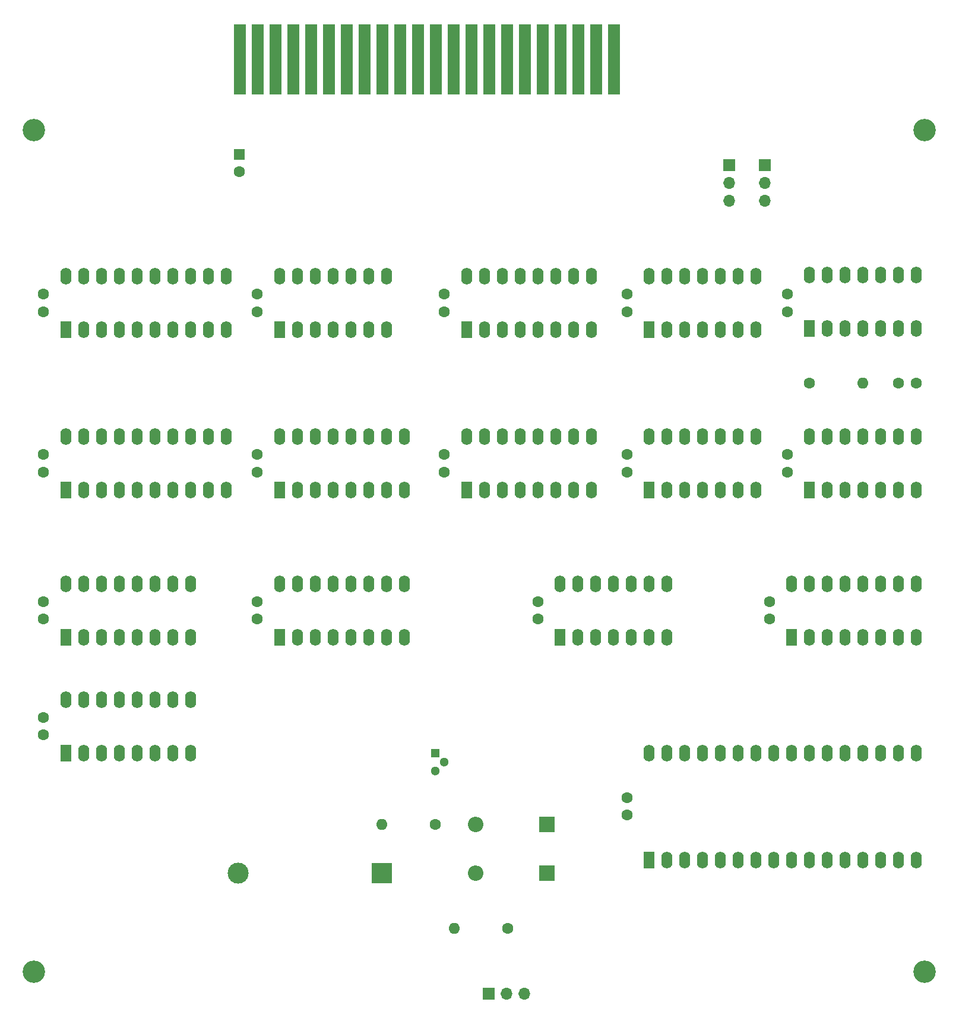
<source format=gts>
G04 #@! TF.GenerationSoftware,KiCad,Pcbnew,(5.1.9)-1*
G04 #@! TF.CreationDate,2026-02-08T23:14:46+09:00*
G04 #@! TF.ProjectId,X1_EMM,58315f45-4d4d-42e6-9b69-6361645f7063,rev?*
G04 #@! TF.SameCoordinates,PX1997c20PYbac5f70*
G04 #@! TF.FileFunction,Soldermask,Top*
G04 #@! TF.FilePolarity,Negative*
%FSLAX46Y46*%
G04 Gerber Fmt 4.6, Leading zero omitted, Abs format (unit mm)*
G04 Created by KiCad (PCBNEW (5.1.9)-1) date 2026-02-08 23:14:46*
%MOMM*%
%LPD*%
G01*
G04 APERTURE LIST*
%ADD10C,3.200000*%
%ADD11R,1.780000X10.000000*%
%ADD12R,1.600000X1.600000*%
%ADD13C,1.600000*%
%ADD14C,3.000000*%
%ADD15R,3.000000X3.000000*%
%ADD16R,2.200000X2.200000*%
%ADD17O,2.200000X2.200000*%
%ADD18O,1.600000X1.600000*%
%ADD19R,1.700000X1.700000*%
%ADD20O,1.700000X1.700000*%
%ADD21O,1.600000X2.400000*%
%ADD22R,1.600000X2.400000*%
%ADD23C,1.300000*%
%ADD24R,1.300000X1.300000*%
G04 APERTURE END LIST*
D10*
X5000000Y125000000D03*
X132000000Y125000000D03*
X132000000Y5000000D03*
X5000000Y5000000D03*
D11*
X34340000Y135116000D03*
X36880000Y135116000D03*
X39420000Y135116000D03*
X41960000Y135116000D03*
X44500000Y135116000D03*
X47040000Y135116000D03*
X49580000Y135116000D03*
X52120000Y135116000D03*
X54660000Y135116000D03*
X57200000Y135116000D03*
X59740000Y135116000D03*
X62280000Y135116000D03*
X64820000Y135116000D03*
X67360000Y135116000D03*
X69900000Y135116000D03*
X72440000Y135116000D03*
X74980000Y135116000D03*
X77520000Y135116000D03*
X80060000Y135116000D03*
X82600000Y135116000D03*
X85140000Y135116000D03*
X87680000Y135116000D03*
D12*
X34290000Y121539000D03*
D13*
X34290000Y119039000D03*
D14*
X34120000Y19050000D03*
D15*
X54610000Y19050000D03*
D13*
X6350000Y101600000D03*
X6350000Y99100000D03*
X128270000Y88900000D03*
X130770000Y88900000D03*
X36830000Y76240000D03*
X36830000Y78740000D03*
X6350000Y57785000D03*
X6350000Y55285000D03*
X63500000Y99100000D03*
X63500000Y101600000D03*
X63500000Y78740000D03*
X63500000Y76240000D03*
X36830000Y55285000D03*
X36830000Y57785000D03*
X6350000Y38775000D03*
X6350000Y41275000D03*
X109855000Y57785000D03*
X109855000Y55285000D03*
X89535000Y27345000D03*
X89535000Y29845000D03*
X6350000Y78740000D03*
X6350000Y76240000D03*
X89535000Y99100000D03*
X89535000Y101600000D03*
X112395000Y101600000D03*
X112395000Y99100000D03*
X112395000Y76240000D03*
X112395000Y78740000D03*
X36830000Y101600000D03*
X36830000Y99100000D03*
X76835000Y55285000D03*
X76835000Y57785000D03*
D16*
X78105000Y19050000D03*
D17*
X67945000Y19050000D03*
X67945000Y26035000D03*
D16*
X78105000Y26035000D03*
D13*
X115570000Y88900000D03*
D18*
X123190000Y88900000D03*
D19*
X104140000Y120015000D03*
D20*
X104140000Y117475000D03*
X104140000Y114935000D03*
X109220000Y114935000D03*
X109220000Y117475000D03*
D19*
X109220000Y120015000D03*
D21*
X92710000Y104140000D03*
X107950000Y96520000D03*
X95250000Y104140000D03*
X105410000Y96520000D03*
X97790000Y104140000D03*
X102870000Y96520000D03*
X100330000Y104140000D03*
X100330000Y96520000D03*
X102870000Y104140000D03*
X97790000Y96520000D03*
X105410000Y104140000D03*
X95250000Y96520000D03*
X107950000Y104140000D03*
D22*
X92710000Y96520000D03*
X115570000Y73660000D03*
D21*
X130810000Y81280000D03*
X118110000Y73660000D03*
X128270000Y81280000D03*
X120650000Y73660000D03*
X125730000Y81280000D03*
X123190000Y73660000D03*
X123190000Y81280000D03*
X125730000Y73660000D03*
X120650000Y81280000D03*
X128270000Y73660000D03*
X118110000Y81280000D03*
X130810000Y73660000D03*
X115570000Y81280000D03*
X9525000Y104140000D03*
X32385000Y96520000D03*
X12065000Y104140000D03*
X29845000Y96520000D03*
X14605000Y104140000D03*
X27305000Y96520000D03*
X17145000Y104140000D03*
X24765000Y96520000D03*
X19685000Y104140000D03*
X22225000Y96520000D03*
X22225000Y104140000D03*
X19685000Y96520000D03*
X24765000Y104140000D03*
X17145000Y96520000D03*
X27305000Y104140000D03*
X14605000Y96520000D03*
X29845000Y104140000D03*
X12065000Y96520000D03*
X32385000Y104140000D03*
D22*
X9525000Y96520000D03*
X92710000Y73660000D03*
D21*
X107950000Y81280000D03*
X95250000Y73660000D03*
X105410000Y81280000D03*
X97790000Y73660000D03*
X102870000Y81280000D03*
X100330000Y73660000D03*
X100330000Y81280000D03*
X102870000Y73660000D03*
X97790000Y81280000D03*
X105410000Y73660000D03*
X95250000Y81280000D03*
X107950000Y73660000D03*
X92710000Y81280000D03*
X40005000Y81280000D03*
X57785000Y73660000D03*
X42545000Y81280000D03*
X55245000Y73660000D03*
X45085000Y81280000D03*
X52705000Y73660000D03*
X47625000Y81280000D03*
X50165000Y73660000D03*
X50165000Y81280000D03*
X47625000Y73660000D03*
X52705000Y81280000D03*
X45085000Y73660000D03*
X55245000Y81280000D03*
X42545000Y73660000D03*
X57785000Y81280000D03*
D22*
X40005000Y73660000D03*
X9525000Y52705000D03*
D21*
X27305000Y60325000D03*
X12065000Y52705000D03*
X24765000Y60325000D03*
X14605000Y52705000D03*
X22225000Y60325000D03*
X17145000Y52705000D03*
X19685000Y60325000D03*
X19685000Y52705000D03*
X17145000Y60325000D03*
X22225000Y52705000D03*
X14605000Y60325000D03*
X24765000Y52705000D03*
X12065000Y60325000D03*
X27305000Y52705000D03*
X9525000Y60325000D03*
X66675000Y104140000D03*
X84455000Y96520000D03*
X69215000Y104140000D03*
X81915000Y96520000D03*
X71755000Y104140000D03*
X79375000Y96520000D03*
X74295000Y104140000D03*
X76835000Y96520000D03*
X76835000Y104140000D03*
X74295000Y96520000D03*
X79375000Y104140000D03*
X71755000Y96520000D03*
X81915000Y104140000D03*
X69215000Y96520000D03*
X84455000Y104140000D03*
D22*
X66675000Y96520000D03*
X66675000Y73660000D03*
D21*
X84455000Y81280000D03*
X69215000Y73660000D03*
X81915000Y81280000D03*
X71755000Y73660000D03*
X79375000Y81280000D03*
X74295000Y73660000D03*
X76835000Y81280000D03*
X76835000Y73660000D03*
X74295000Y81280000D03*
X79375000Y73660000D03*
X71755000Y81280000D03*
X81915000Y73660000D03*
X69215000Y81280000D03*
X84455000Y73660000D03*
X66675000Y81280000D03*
X40005000Y60325000D03*
X57785000Y52705000D03*
X42545000Y60325000D03*
X55245000Y52705000D03*
X45085000Y60325000D03*
X52705000Y52705000D03*
X47625000Y60325000D03*
X50165000Y52705000D03*
X50165000Y60325000D03*
X47625000Y52705000D03*
X52705000Y60325000D03*
X45085000Y52705000D03*
X55245000Y60325000D03*
X42545000Y52705000D03*
X57785000Y60325000D03*
D22*
X40005000Y52705000D03*
X113030000Y52705000D03*
D21*
X130810000Y60325000D03*
X115570000Y52705000D03*
X128270000Y60325000D03*
X118110000Y52705000D03*
X125730000Y60325000D03*
X120650000Y52705000D03*
X123190000Y60325000D03*
X123190000Y52705000D03*
X120650000Y60325000D03*
X125730000Y52705000D03*
X118110000Y60325000D03*
X128270000Y52705000D03*
X115570000Y60325000D03*
X130810000Y52705000D03*
X113030000Y60325000D03*
D22*
X9525000Y36195000D03*
D21*
X27305000Y43815000D03*
X12065000Y36195000D03*
X24765000Y43815000D03*
X14605000Y36195000D03*
X22225000Y43815000D03*
X17145000Y36195000D03*
X19685000Y43815000D03*
X19685000Y36195000D03*
X17145000Y43815000D03*
X22225000Y36195000D03*
X14605000Y43815000D03*
X24765000Y36195000D03*
X12065000Y43815000D03*
X27305000Y36195000D03*
X9525000Y43815000D03*
D22*
X92710000Y20955000D03*
D21*
X130810000Y36195000D03*
X95250000Y20955000D03*
X128270000Y36195000D03*
X97790000Y20955000D03*
X125730000Y36195000D03*
X100330000Y20955000D03*
X123190000Y36195000D03*
X102870000Y20955000D03*
X120650000Y36195000D03*
X105410000Y20955000D03*
X118110000Y36195000D03*
X107950000Y20955000D03*
X115570000Y36195000D03*
X110490000Y20955000D03*
X113030000Y36195000D03*
X113030000Y20955000D03*
X110490000Y36195000D03*
X115570000Y20955000D03*
X107950000Y36195000D03*
X118110000Y20955000D03*
X105410000Y36195000D03*
X120650000Y20955000D03*
X102870000Y36195000D03*
X123190000Y20955000D03*
X100330000Y36195000D03*
X125730000Y20955000D03*
X97790000Y36195000D03*
X128270000Y20955000D03*
X95250000Y36195000D03*
X130810000Y20955000D03*
X92710000Y36195000D03*
X80010000Y60325000D03*
X95250000Y52705000D03*
X82550000Y60325000D03*
X92710000Y52705000D03*
X85090000Y60325000D03*
X90170000Y52705000D03*
X87630000Y60325000D03*
X87630000Y52705000D03*
X90170000Y60325000D03*
X85090000Y52705000D03*
X92710000Y60325000D03*
X82550000Y52705000D03*
X95250000Y60325000D03*
D22*
X80010000Y52705000D03*
X9525000Y73660000D03*
D21*
X32385000Y81280000D03*
X12065000Y73660000D03*
X29845000Y81280000D03*
X14605000Y73660000D03*
X27305000Y81280000D03*
X17145000Y73660000D03*
X24765000Y81280000D03*
X19685000Y73660000D03*
X22225000Y81280000D03*
X22225000Y73660000D03*
X19685000Y81280000D03*
X24765000Y73660000D03*
X17145000Y81280000D03*
X27305000Y73660000D03*
X14605000Y81280000D03*
X29845000Y73660000D03*
X12065000Y81280000D03*
X32385000Y73660000D03*
X9525000Y81280000D03*
D13*
X89535000Y78740000D03*
X89535000Y76240000D03*
D22*
X115570000Y96725000D03*
D21*
X130810000Y104345000D03*
X118110000Y96725000D03*
X128270000Y104345000D03*
X120650000Y96725000D03*
X125730000Y104345000D03*
X123190000Y96725000D03*
X123190000Y104345000D03*
X125730000Y96725000D03*
X120650000Y104345000D03*
X128270000Y96725000D03*
X118110000Y104345000D03*
X130810000Y96725000D03*
X115570000Y104345000D03*
X40005000Y104140000D03*
X55245000Y96520000D03*
X42545000Y104140000D03*
X52705000Y96520000D03*
X45085000Y104140000D03*
X50165000Y96520000D03*
X47625000Y104140000D03*
X47625000Y96520000D03*
X50165000Y104140000D03*
X45085000Y96520000D03*
X52705000Y104140000D03*
X42545000Y96520000D03*
X55245000Y104140000D03*
D22*
X40005000Y96520000D03*
D19*
X69850000Y1905000D03*
D20*
X72390000Y1905000D03*
X74930000Y1905000D03*
D23*
X63500000Y34925000D03*
X62230000Y33655000D03*
D24*
X62230000Y36195000D03*
D13*
X62230000Y26035000D03*
D18*
X54610000Y26035000D03*
X64880000Y11230000D03*
D13*
X72500000Y11230000D03*
M02*

</source>
